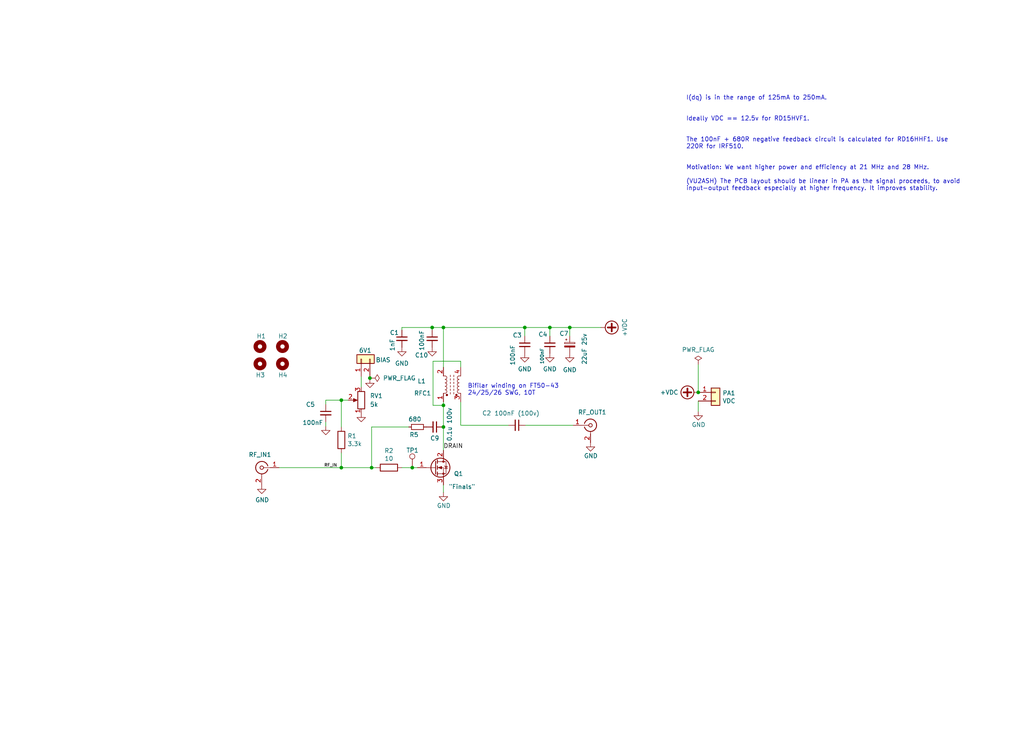
<source format=kicad_sch>
(kicad_sch (version 20211123) (generator eeschema)
  (paper "User" 300.634 220.802)
  (title_block (title "Easy-PA-With-Pluggable-LPF") (date "2022-03-18") (rev "v0.01") (company "Author: Dhiru Kholia (VU3CER)") (comment 2 "Uses ideas from VU2ASH, HAMBREWERS, QRP Labs, Tom (AK2B), VK3PE, and G6LBQ") (comment 4 "Robust Class-C / Class-D Single-ended RD15HVF1 powered HF PA") (comment 5 "Motivation: We want higher efficiencies at 21 MHz and 28 MHz."))
  (lib_symbols
    (symbol "Connector:Conn_Coaxial" (pin_names (offset 1.016) hide)
      (property "Reference" "J" (at 0.254 3.048 0))
      (property "Value" "Conn_Coaxial" (at 2.921 0 90))
      (symbol "Conn_Coaxial_0_1"
        (arc (start -1.778 -0.508) (mid 0.222 -1.808) (end 1.778 0) (stroke (width 0.254)))
        (polyline (pts (xy -2.54 0) (xy -0.508 0)))
        (polyline (pts (xy 0 -2.54) (xy 0 -1.778)))
        (circle (center 0 0) (radius 0.508) (stroke (width 0.2032)))
        (arc (start 1.778 0) (mid 0.222 1.8083) (end -1.778 0.508) (stroke (width 0.254)))
      )
      (symbol "Conn_Coaxial_1_1"
        (pin passive line (at -5.08 0 0) (length 2.54) (name "In") (number "1"))
        (pin passive line (at 0 -5.08 90) (length 2.54) (name "Ext") (number "2"))
      )
    )
    (symbol "Connector:TestPoint" (pin_numbers hide) (pin_names (offset 0.762) hide)
      (property "Reference" "TP" (at 0 6.858 0))
      (property "Value" "TestPoint" (at 0 5.08 0))
      (symbol "TestPoint_0_1"
        (circle (center 0 3.302) (radius 0.762))
      )
      (symbol "TestPoint_1_1"
        (pin passive line (at 0 0 90) (length 2.54) (name "1") (number "1"))
      )
    )
    (symbol "Connector_Generic:Conn_01x02" (pin_names (offset 1.016) hide)
      (property "Reference" "J" (at 0 2.54 0))
      (property "Value" "Conn_01x02" (at 0 -5.08 0))
      (symbol "Conn_01x02_1_1"
        (rectangle (start -1.27 -2.413) (end 0 -2.667) (stroke (width 0.1524)))
        (rectangle (start -1.27 0.127) (end 0 -0.127) (stroke (width 0.1524)))
        (rectangle (start -1.27 1.27) (end 1.27 -3.81) (stroke (width 0.254)) (fill (type background)))
        (pin passive line (at -5.08 0 0) (length 3.81) (name "Pin_1") (number "1"))
        (pin passive line (at -5.08 -2.54 0) (length 3.81) (name "Pin_2") (number "2"))
      )
    )
    (symbol "Device:C_Polarized_Small" (pin_numbers hide) (pin_names (offset 0.254) hide)
      (property "Reference" "C" (at 0.254 1.778 0))
      (property "Value" "C_Polarized_Small" (at 0.254 -2.032 0))
      (symbol "C_Polarized_Small_0_1"
        (rectangle (start -1.524 -0.3048) (end 1.524 -0.6858) (fill (type outline)))
        (rectangle (start -1.524 0.6858) (end 1.524 0.3048))
        (polyline (pts (xy -1.27 1.524) (xy -0.762 1.524)))
        (polyline (pts (xy -1.016 1.27) (xy -1.016 1.778)))
      )
      (symbol "C_Polarized_Small_1_1"
        (pin passive line (at 0 2.54 270) (length 1.8542) (name "~") (number "1"))
        (pin passive line (at 0 -2.54 90) (length 1.8542) (name "~") (number "2"))
      )
    )
    (symbol "Device:C_Small" (pin_numbers hide) (pin_names (offset 0.254) hide)
      (property "Reference" "C" (at 0.254 1.778 0))
      (property "Value" "C_Small" (at 0.254 -2.032 0))
      (symbol "C_Small_0_1"
        (polyline (pts (xy -1.524 -0.508) (xy 1.524 -0.508)) (stroke (width 0.3302)))
        (polyline (pts (xy -1.524 0.508) (xy 1.524 0.508)) (stroke (width 0.3048)))
      )
      (symbol "C_Small_1_1"
        (pin passive line (at 0 2.54 270) (length 2.032) (name "~") (number "1"))
        (pin passive line (at 0 -2.54 90) (length 2.032) (name "~") (number "2"))
      )
    )
    (symbol "Device:L_Ferrite_Coupled" (pin_names (offset 0.254) hide)
      (property "Reference" "L" (at 0 4.445 0))
      (property "Value" "L_Ferrite_Coupled" (at 0 -4.445 0))
      (symbol "L_Ferrite_Coupled_0_1"
        (circle (center -3.048 -1.27) (radius 0.254) (fill (type outline)))
        (circle (center -3.048 1.524) (radius 0.254) (fill (type outline)))
        (arc (start -2.54 2.032) (mid -2.032 1.524) (end -1.524 2.032))
        (arc (start -1.524 -2.032) (mid -2.032 -1.524) (end -2.54 -2.032))
        (arc (start -1.524 2.032) (mid -1.016 1.524) (end -0.508 2.032))
        (arc (start -0.508 -2.032) (mid -1.016 -1.524) (end -1.524 -2.032))
        (arc (start -0.508 2.032) (mid 0 1.524) (end 0.508 2.032))
        (polyline (pts (xy -2.794 -0.508) (xy -2.286 -0.508)))
        (polyline (pts (xy -2.794 0.508) (xy -2.286 0.508)))
        (polyline (pts (xy -2.54 -2.032) (xy -2.54 -2.54)))
        (polyline (pts (xy -2.54 2.032) (xy -2.54 2.54)))
        (polyline (pts (xy -1.778 -0.508) (xy -1.27 -0.508)))
        (polyline (pts (xy -1.778 0.508) (xy -1.27 0.508)))
        (polyline (pts (xy -0.762 -0.508) (xy -0.254 -0.508)))
        (polyline (pts (xy -0.762 0.508) (xy -0.254 0.508)))
        (polyline (pts (xy 0.254 -0.508) (xy 0.762 -0.508)))
        (polyline (pts (xy 0.254 0.508) (xy 0.762 0.508)))
        (polyline (pts (xy 1.27 -0.508) (xy 1.778 -0.508)))
        (polyline (pts (xy 1.27 0.508) (xy 1.778 0.508)))
        (polyline (pts (xy 2.286 -0.508) (xy 2.794 -0.508)))
        (polyline (pts (xy 2.286 0.508) (xy 2.794 0.508)))
        (polyline (pts (xy 2.54 -2.032) (xy 2.54 -2.54)))
        (polyline (pts (xy 2.54 2.54) (xy 2.54 2.032)))
        (arc (start 0.508 -2.032) (mid 0 -1.524) (end -0.508 -2.032))
        (arc (start 0.508 2.032) (mid 1.016 1.524) (end 1.524 2.032))
        (arc (start 1.524 -2.032) (mid 1.016 -1.524) (end 0.508 -2.032))
        (arc (start 1.524 2.032) (mid 2.032 1.524) (end 2.54 2.032))
        (arc (start 2.54 -2.032) (mid 2.032 -1.524) (end 1.524 -2.032))
      )
      (symbol "L_Ferrite_Coupled_1_1"
        (pin passive line (at -5.08 2.54 0) (length 2.54) (name "1") (number "1"))
        (pin passive line (at 5.08 2.54 180) (length 2.54) (name "2") (number "2"))
        (pin passive line (at -5.08 -2.54 0) (length 2.54) (name "3") (number "3"))
        (pin passive line (at 5.08 -2.54 180) (length 2.54) (name "4") (number "4"))
      )
    )
    (symbol "Device:R" (pin_numbers hide) (pin_names (offset 0))
      (property "Reference" "R" (at 2.032 0 90))
      (property "Value" "R" (at 0 0 90))
      (symbol "R_0_1"
        (rectangle (start -1.016 -2.54) (end 1.016 2.54) (stroke (width 0.254)))
      )
      (symbol "R_1_1"
        (pin passive line (at 0 3.81 270) (length 1.27) (name "~") (number "1"))
        (pin passive line (at 0 -3.81 90) (length 1.27) (name "~") (number "2"))
      )
    )
    (symbol "Device:R_Potentiometer" (pin_names (offset 1.016) hide)
      (property "Reference" "RV" (at -4.445 0 90))
      (property "Value" "R_Potentiometer" (at -2.54 0 90))
      (symbol "R_Potentiometer_0_1"
        (polyline (pts (xy 2.54 0) (xy 1.524 0)))
        (polyline (pts (xy 1.143 0) (xy 2.286 0.508) (xy 2.286 -0.508) (xy 1.143 0)) (fill (type outline)))
        (rectangle (start 1.016 2.54) (end -1.016 -2.54) (stroke (width 0.254)))
      )
      (symbol "R_Potentiometer_1_1"
        (pin passive line (at 0 3.81 270) (length 1.27) (name "1") (number "1"))
        (pin passive line (at 3.81 0 180) (length 1.27) (name "2") (number "2"))
        (pin passive line (at 0 -3.81 90) (length 1.27) (name "3") (number "3"))
      )
    )
    (symbol "Device:R_Small" (pin_numbers hide) (pin_names (offset 0.254) hide)
      (property "Reference" "R" (at 0.762 0.508 0))
      (property "Value" "R_Small" (at 0.762 -1.016 0))
      (symbol "R_Small_0_1"
        (rectangle (start -0.762 1.778) (end 0.762 -1.778) (stroke (width 0.2032)))
      )
      (symbol "R_Small_1_1"
        (pin passive line (at 0 2.54 270) (length 0.762) (name "~") (number "1"))
        (pin passive line (at 0 -2.54 90) (length 0.762) (name "~") (number "2"))
      )
    )
    (symbol "Mechanical:MountingHole" (pin_names (offset 1.016))
      (property "Reference" "H" (at 0 5.08 0))
      (property "Value" "MountingHole" (at 0 3.175 0))
      (symbol "MountingHole_0_1"
        (circle (center 0 0) (radius 1.27) (stroke (width 1.27)))
      )
    )
    (symbol "Transistor_FET:IRF540N" (pin_names hide)
      (property "Reference" "Q" (at 6.35 1.905 0))
      (property "Value" "IRF540N" (at 6.35 0 0))
      (symbol "IRF540N_0_1"
        (polyline (pts (xy 0.254 0) (xy -2.54 0)))
        (polyline (pts (xy 0.254 1.905) (xy 0.254 -1.905)) (stroke (width 0.254)))
        (polyline (pts (xy 0.762 -1.27) (xy 0.762 -2.286)) (stroke (width 0.254)))
        (polyline (pts (xy 0.762 0.508) (xy 0.762 -0.508)) (stroke (width 0.254)))
        (polyline (pts (xy 0.762 2.286) (xy 0.762 1.27)) (stroke (width 0.254)))
        (polyline (pts (xy 2.54 2.54) (xy 2.54 1.778)))
        (polyline (pts (xy 2.54 -2.54) (xy 2.54 0) (xy 0.762 0)))
        (polyline (pts (xy 0.762 -1.778) (xy 3.302 -1.778) (xy 3.302 1.778) (xy 0.762 1.778)))
        (polyline (pts (xy 1.016 0) (xy 2.032 0.381) (xy 2.032 -0.381) (xy 1.016 0)) (fill (type outline)))
        (polyline (pts (xy 2.794 0.508) (xy 2.921 0.381) (xy 3.683 0.381) (xy 3.81 0.254)))
        (polyline (pts (xy 3.302 0.381) (xy 2.921 -0.254) (xy 3.683 -0.254) (xy 3.302 0.381)))
        (circle (center 1.651 0) (radius 2.794) (stroke (width 0.254)))
        (circle (center 2.54 -1.778) (radius 0.254) (fill (type outline)))
        (circle (center 2.54 1.778) (radius 0.254) (fill (type outline)))
      )
      (symbol "IRF540N_1_1"
        (pin input line (at -5.08 0 0) (length 2.54) (name "G") (number "1"))
        (pin passive line (at 2.54 5.08 270) (length 2.54) (name "D") (number "2"))
        (pin passive line (at 2.54 -5.08 90) (length 2.54) (name "S") (number "3"))
      )
    )
    (symbol "power:+VDC" (power) (pin_names (offset 0))
      (property "Value" "+VDC" (at 0 6.35 0))
      (symbol "+VDC_0_1"
        (polyline (pts (xy -1.143 3.175) (xy 1.143 3.175)) (stroke (width 0.508)))
        (polyline (pts (xy 0 0) (xy 0 1.27)))
        (polyline (pts (xy 0 2.032) (xy 0 4.318)) (stroke (width 0.508)))
        (circle (center 0 3.175) (radius 1.905) (stroke (width 0.254)))
      )
      (symbol "+VDC_1_1"
        (pin power_in line (at 0 0 90) (length 0) hide (name "+VDC") (number "1"))
      )
    )
    (symbol "power:GND" (power) (pin_names (offset 0))
      (property "Value" "GND" (at 0 -3.81 0))
      (symbol "GND_0_1"
        (polyline (pts (xy 0 0) (xy 0 -1.27) (xy 1.27 -1.27) (xy 0 -2.54) (xy -1.27 -1.27) (xy 0 -1.27)))
      )
      (symbol "GND_1_1"
        (pin power_in line (at 0 0 270) (length 0) hide (name "GND") (number "1"))
      )
    )
    (symbol "power:PWR_FLAG" (power) (pin_numbers hide) (pin_names (offset 0) hide)
      (property "Value" "PWR_FLAG" (at 0 3.81 0))
      (symbol "PWR_FLAG_0_0"
        (pin power_out line (at 0 0 90) (length 0) (name "pwr") (number "1"))
      )
      (symbol "PWR_FLAG_0_1"
        (polyline (pts (xy 0 0) (xy 0 1.27) (xy -1.016 1.905) (xy 0 2.54) (xy 1.016 1.905) (xy 0 1.27)))
      )
    )
  )
  (junction (at 204.978 115.189))
  (junction (at 130.175 118.999))
  (junction (at 109.093 137.287))
  (junction (at 161.417 96.139))
  (junction (at 130.175 125.349))
  (junction (at 108.585 110.998))
  (junction (at 121.031 137.287))
  (junction (at 100.203 137.287))
  (junction (at 126.873 96.139))
  (junction (at 167.259 96.139))
  (junction (at 100.203 117.475))
  (junction (at 154.051 96.139))
  (junction (at 130.175 96.139))
  (wire (pts (xy 204.978 120.777) (xy 204.978 117.729)))
  (wire (pts (xy 204.978 107.061) (xy 204.978 115.189)))
  (wire (pts (xy 109.093 125.349) (xy 120.015 125.349)))
  (wire (pts (xy 130.175 118.999) (xy 127.127 118.999)))
  (wire (pts (xy 117.983 137.287) (xy 121.031 137.287)))
  (wire (pts (xy 126.873 96.139) (xy 126.873 96.901)))
  (wire (pts (xy 130.175 125.349) (xy 130.175 132.207)))
  (wire (pts (xy 130.175 117.983) (xy 130.175 118.999)))
  (wire (pts (xy 108.585 110.998) (xy 108.839 110.998)))
  (wire (pts (xy 127.127 118.999) (xy 127.127 106.045)))
  (wire (pts (xy 127.127 106.045) (xy 135.255 106.045)))
  (wire (pts (xy 154.051 98.679) (xy 154.051 96.139)))
  (wire (pts (xy 154.051 96.139) (xy 161.417 96.139)))
  (wire (pts (xy 95.631 123.825) (xy 95.631 125.095)))
  (wire (pts (xy 100.203 132.969) (xy 100.203 137.287)))
  (wire (pts (xy 100.203 137.287) (xy 109.093 137.287)))
  (wire (pts (xy 135.255 106.045) (xy 135.255 107.823)))
  (wire (pts (xy 176.403 96.139) (xy 167.259 96.139)))
  (wire (pts (xy 154.305 124.841) (xy 168.275 124.841)))
  (wire (pts (xy 121.031 137.287) (xy 122.555 137.287)))
  (wire (pts (xy 130.175 96.139) (xy 154.051 96.139)))
  (wire (pts (xy 81.915 137.287) (xy 100.203 137.287)))
  (wire (pts (xy 108.585 110.49) (xy 108.585 110.998)))
  (wire (pts (xy 106.045 110.49) (xy 106.045 113.665)))
  (wire (pts (xy 135.255 117.983) (xy 135.255 124.841)))
  (wire (pts (xy 130.175 144.526) (xy 130.175 142.367)))
  (wire (pts (xy 109.093 125.349) (xy 109.093 137.287)))
  (wire (pts (xy 130.175 118.999) (xy 130.175 125.349)))
  (wire (pts (xy 100.203 117.475) (xy 102.235 117.475)))
  (wire (pts (xy 161.417 96.139) (xy 161.417 98.679)))
  (wire (pts (xy 100.203 117.475) (xy 100.203 125.349)))
  (wire (pts (xy 135.255 124.841) (xy 149.225 124.841)))
  (wire (pts (xy 117.983 96.901) (xy 117.983 96.139)))
  (wire (pts (xy 126.873 96.139) (xy 130.175 96.139)))
  (wire (pts (xy 130.175 96.139) (xy 130.175 107.823)))
  (wire (pts (xy 108.585 110.998) (xy 108.585 111.252)))
  (wire (pts (xy 161.417 96.139) (xy 167.259 96.139)))
  (wire (pts (xy 95.631 117.475) (xy 95.631 118.745)))
  (wire (pts (xy 117.983 96.139) (xy 126.873 96.139)))
  (wire (pts (xy 167.259 96.139) (xy 167.259 98.679)))
  (wire (pts (xy 95.631 117.475) (xy 100.203 117.475)))
  (wire (pts (xy 109.093 137.287) (xy 110.363 137.287)))
  (text "I(dq) is in the range of 125mA to 250mA.\n\n\nIdeally VDC == 12.5v for RD15HVF1.\n\n\nThe 100nF + 680R negative feedback circuit is calculated for RD16HHF1. Use\n220R for IRF510.\n\n\nMotivation: We want higher power and efficiency at 21 MHz and 28 MHz.\n\n(VU2ASH) The PCB layout should be linear in PA as the signal proceeds, to avoid \ninput-output feedback especially at higher frequency. It improves stability." (at 201.422 56.134 0) (effects (font (size 1.27 1.27)) (justify left bottom)))
  (text "Bifilar winding on FT50-43\n24/25/26 SWG, 10T" (at 137.287 116.205 0) (effects (font (size 1.27 1.27)) (justify left bottom)))
  (label "DRAIN" (at 130.175 131.953 0))
  (label "RF_IN" (at 95.123 137.287 0) (effects (font (size 0.889 0.889))))
  (symbol (lib_id "power:GND") (at 130.175 144.526 0) (unit 1)
    (property "Reference" "#PWR0126" (effects hide))
    (property "Value" "GND" (at 130.2766 148.4376 0))
  )
  (symbol (lib_id "Device:C_Small") (at 151.765 124.841 270) (unit 1)
    (property "Reference" "C2" (at 142.875 121.285 90))
    (property "Value" "100nF (100v)" (at 151.765 121.3358 90))
    (property "Footprint" "Capacitor_SMD:C_1206_3216Metric_Pad1.33x1.80mm_HandSolder" (effects hide))
  )
  (symbol (lib_id "Device:R") (at 100.203 129.159 0) (unit 1)
    (property "Reference" "R1" (at 101.981 127.9906 0) (effects (justify left)))
    (property "Value" "3.3k" (at 101.981 130.302 0) (effects (justify left)))
    (property "Footprint" "Resistor_SMD:R_1206_3216Metric_Pad1.30x1.75mm_HandSolder" (effects hide))
  )
  (symbol (lib_id "Connector:Conn_Coaxial") (at 76.835 137.287 0) (mirror y) (unit 1)
    (property "Reference" "RF_IN1" (at 76.327 133.477 0))
    (property "Value" "Conn_Coaxial" (effects hide))
    (property "Footprint" "Connector_Coaxial:SMA_Amphenol_901-144_Vertical" (effects hide))
    (property "Datasheet" " ~" (effects hide))
  )
  (symbol (lib_id "Connector:Conn_Coaxial") (at 173.355 124.841 0) (unit 1)
    (property "Reference" "RF_OUT1" (at 173.863 121.031 0))
    (property "Value" "Conn_Coaxial" (effects hide))
    (property "Footprint" "Connector_Coaxial:SMA_Amphenol_901-144_Vertical" (effects hide))
    (property "Datasheet" " ~" (effects hide))
  )
  (symbol (lib_id "Device:C_Small") (at 95.631 121.285 0) (unit 1)
    (property "Reference" "C5" (at 89.789 118.745 0) (effects (justify left)))
    (property "Value" "100nF" (at 88.773 124.079 0) (effects (justify left)))
    (property "Footprint" "Capacitor_SMD:C_1206_3216Metric_Pad1.33x1.80mm_HandSolder" (effects hide))
  )
  (symbol (lib_id "power:GND") (at 95.631 125.095 0) (unit 1)
    (property "Reference" "#PWR0113" (effects hide))
    (property "Value" "GND" (effects hide))
  )
  (symbol (lib_id "power:GND") (at 173.355 129.921 0) (unit 1)
    (property "Reference" "#PWR0104" (effects hide))
    (property "Value" "GND" (at 173.4566 133.8326 0))
  )
  (symbol (lib_id "Connector_Generic:Conn_01x02") (at 210.058 115.189 0) (unit 1)
    (property "Reference" "PA1" (at 212.09 115.3922 0) (effects (justify left)))
    (property "Value" "VDC" (at 212.09 117.7036 0) (effects (justify left)))
    (property "Footprint" "Connector_PinHeader_2.54mm:PinHeader_1x02_P2.54mm_Vertical" (effects hide))
  )
  (symbol (lib_id "power:GND") (at 204.978 120.777 0) (unit 1)
    (property "Reference" "#PWR0109" (effects hide))
    (property "Value" "GND" (at 205.0796 124.6886 0))
  )
  (symbol (lib_id "power:+VDC") (at 204.978 115.189 90) (unit 1)
    (property "Reference" "#PWR0110" (effects hide))
    (property "Value" "+VDC" (at 199.1614 115.189 90) (effects (justify left)))
  )
  (symbol (lib_id "Device:R") (at 114.173 137.287 270) (unit 1)
    (property "Reference" "R2" (at 114.173 132.3086 90))
    (property "Value" "10" (at 114.173 134.62 90))
    (property "Footprint" "Resistor_SMD:R_1206_3216Metric_Pad1.30x1.75mm_HandSolder" (effects hide))
  )
  (symbol (lib_id "power:GND") (at 106.045 121.285 0) (unit 1)
    (property "Reference" "#PWR0111" (effects hide))
    (property "Value" "GND" (effects hide))
  )
  (symbol (lib_id "power:+VDC") (at 176.403 96.139 270) (unit 1)
    (property "Reference" "#PWR0112" (effects hide))
    (property "Value" "+VDC" (at 183.388 96.139 0))
  )
  (symbol (lib_id "power:PWR_FLAG") (at 204.978 107.061 0) (unit 1)
    (property "Reference" "#FLG0103" (effects hide))
    (property "Value" "PWR_FLAG" (at 204.978 102.6668 0))
  )
  (symbol (lib_id "power:GND") (at 76.835 142.367 0) (unit 1)
    (property "Reference" "#PWR0102" (effects hide))
    (property "Value" "GND" (at 76.962 146.7612 0))
  )
  (symbol (lib_id "power:GND") (at 126.873 101.981 0) (unit 1)
    (property "Reference" "#PWR07" (effects hide))
    (property "Value" "GND" (effects hide))
  )
  (symbol (lib_id "power:GND") (at 108.585 111.252 0) (unit 1)
    (property "Reference" "#PWR02" (effects hide))
    (property "Value" "GND" (effects hide))
  )
  (symbol (lib_id "Connector_Generic:Conn_01x02") (at 106.045 105.41 90) (unit 1)
    (property "Reference" "6V1" (at 109.093 102.87 90) (effects (justify left)))
    (property "Value" "BIAS" (at 114.681 105.664 90) (effects (justify left)))
    (property "Footprint" "Connector_PinHeader_2.54mm:PinHeader_1x02_P2.54mm_Vertical" (effects hide))
  )
  (symbol (lib_id "power:GND") (at 117.983 101.981 0) (unit 1)
    (property "Reference" "#PWR0105" (effects hide))
    (property "Value" "GND" (at 117.983 106.68 0))
  )
  (symbol (lib_id "Device:C_Polarized_Small") (at 167.259 101.219 0) (unit 1)
    (property "Reference" "C7" (at 164.211 97.917 0) (effects (justify left)))
    (property "Value" "22uF 25v" (at 171.577 107.061 90) (effects (justify left)))
    (property "Footprint" "Capacitor_THT:CP_Radial_D5.0mm_P2.50mm" (effects hide))
  )
  (symbol (lib_id "Connector:TestPoint") (at 121.031 137.287 0) (unit 1)
    (property "Reference" "TP1" (at 119.253 132.207 0) (effects (justify left)))
    (property "Value" "TestPoint" (effects hide))
    (property "Footprint" "Connector_PinSocket_2.54mm:PinSocket_1x01_P2.54mm_Vertical" (effects hide))
  )
  (symbol (lib_id "Device:R_Small") (at 122.555 125.349 90) (unit 1)
    (property "Reference" "R5" (at 121.539 127.635 90))
    (property "Value" "680" (at 121.793 123.063 90))
    (property "Footprint" "Resistor_SMD:R_1206_3216Metric_Pad1.30x1.75mm_HandSolder" (effects hide))
  )
  (symbol (lib_id "power:GND") (at 154.051 103.759 0) (unit 1)
    (property "Reference" "#PWR01" (effects hide))
    (property "Value" "GND" (at 154.051 108.331 0))
  )
  (symbol (lib_id "power:PWR_FLAG") (at 108.839 110.998 270) (unit 1)
    (property "Reference" "#FLG01" (effects hide))
    (property "Value" "PWR_FLAG" (at 112.395 110.9979 90) (effects (justify left)))
  )
  (symbol (lib_id "Device:C_Small") (at 127.635 125.349 270) (unit 1)
    (property "Reference" "C9" (at 127.635 128.651 90))
    (property "Value" "0.1u 100v" (at 131.953 124.587 0))
    (property "Footprint" "Capacitor_SMD:C_1206_3216Metric_Pad1.33x1.80mm_HandSolder" (effects hide))
  )
  (symbol (lib_id "power:GND") (at 161.417 103.759 0) (unit 1)
    (property "Reference" "#PWR0101" (effects hide))
    (property "Value" "GND" (at 161.417 108.331 0))
  )
  (symbol (lib_id "Mechanical:MountingHole") (at 82.931 106.807 0) (unit 1)
    (property "Reference" "H4" (at 81.661 110.109 0) (effects (justify left)))
    (property "Value" "MountingHole" (effects hide))
    (property "Footprint" "MountingHole:MountingHole_2.2mm_M2" (effects hide))
  )
  (symbol (lib_id "Transistor_FET:IRF540N") (at 127.635 137.287 0) (unit 1)
    (property "Reference" "Q1" (at 133.223 139.065 0) (effects (justify left)))
    (property "Value" "\"Finals\"" (at 131.699 142.875 0) (effects (justify left)))
    (property "Footprint" "Package_TO_SOT_THT:TO-220-3_Vertical" (effects hide))
    (property "Datasheet" "http://www.irf.com/product-info/datasheets/data/irf540n.pdf" (effects hide))
  )
  (symbol (lib_id "Device:C_Small") (at 126.873 99.441 0) (unit 1)
    (property "Reference" "C10" (at 121.793 104.267 0) (effects (justify left)))
    (property "Value" "100nF" (at 123.825 102.997 90) (effects (justify left)))
    (property "Footprint" "Capacitor_SMD:C_1206_3216Metric_Pad1.33x1.80mm_HandSolder" (effects hide))
  )
  (symbol (lib_id "Device:C_Small") (at 154.051 101.219 0) (unit 1)
    (property "Reference" "C3" (at 150.495 98.425 0) (effects (justify left)))
    (property "Value" "100nF" (at 150.495 107.315 90) (effects (justify left)))
    (property "Footprint" "Capacitor_SMD:C_1206_3216Metric_Pad1.33x1.80mm_HandSolder" (effects hide))
  )
  (symbol (lib_id "Device:C_Small") (at 117.983 99.441 0) (unit 1)
    (property "Reference" "C1" (at 114.427 97.663 0) (effects (justify left)))
    (property "Value" "1nF" (at 115.189 103.124 90) (effects (justify left)))
    (property "Footprint" "Capacitor_SMD:C_1206_3216Metric_Pad1.33x1.80mm_HandSolder" (effects hide))
  )
  (symbol (lib_id "Mechanical:MountingHole") (at 82.931 101.727 0) (unit 1)
    (property "Reference" "H2" (at 81.661 98.679 0) (effects (justify left)))
    (property "Value" "MountingHole" (effects hide))
    (property "Footprint" "MountingHole:MountingHole_2.2mm_M2" (effects hide))
  )
  (symbol (lib_id "Device:L_Ferrite_Coupled") (at 132.715 112.903 90) (unit 1)
    (property "Reference" "L1" (at 122.555 111.887 90) (effects (justify right)))
    (property "Value" "RFC1" (at 121.539 115.443 90) (effects (justify right)))
    (property "Footprint" "footprints:FT50-43 Transformer" (effects hide))
  )
  (symbol (lib_id "Mechanical:MountingHole") (at 76.327 106.807 0) (unit 1)
    (property "Reference" "H3" (at 75.057 110.109 0) (effects (justify left)))
    (property "Value" "MountingHole" (effects hide))
    (property "Footprint" "MountingHole:MountingHole_2.2mm_M2" (effects hide))
  )
  (symbol (lib_id "Mechanical:MountingHole") (at 76.327 101.727 0) (unit 1)
    (property "Reference" "H1" (at 75.311 98.679 0) (effects (justify left)))
    (property "Value" "MountingHole" (effects hide))
    (property "Footprint" "MountingHole:MountingHole_2.2mm_M2" (effects hide))
  )
  (symbol (lib_id "Device:C_Small") (at 161.417 101.219 0) (unit 1)
    (property "Reference" "C4" (at 159.385 98.171 0))
    (property "Value" "100nF" (at 159.131 104.521 90) (effects (font (size 0.9906 0.9906))))
    (property "Footprint" "Capacitor_SMD:C_1206_3216Metric_Pad1.33x1.80mm_HandSolder" (effects hide))
  )
  (symbol (lib_id "Device:R_Potentiometer") (at 106.045 117.475 180) (unit 1)
    (property "Reference" "RV1" (at 108.585 116.2049 0) (effects (justify right)))
    (property "Value" "5k" (at 108.585 118.7449 0) (effects (justify right)))
    (property "Footprint" "Potentiometer_THT:Potentiometer_Runtron_RM-065_Vertical" (effects hide))
  )
  (symbol (lib_id "power:GND") (at 167.259 103.759 0) (unit 1)
    (property "Reference" "#PWR0103" (effects hide))
    (property "Value" "GND" (at 167.259 108.585 0))
  )
)
</source>
